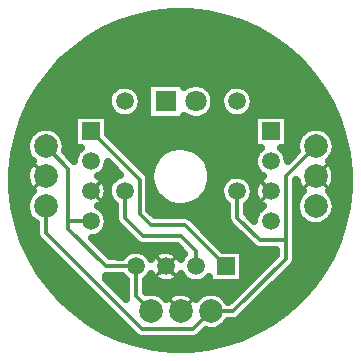
<source format=gbr>
G04 CAM Products 2000  RS274-X Output*
G04 Serial Number: 0000-00-00000*
G04 File Name:ir_sensor_bottom.gbr *
%FSLAX34Y34*%
%MOIN*%
%SFA1B1*%

%IPPOS*%
%ADD10C,0.005500*%
%ADD11C,0.006000*%
%ADD13C,0.013000*%
%ADD14C,0.025000*%
%ADD15R,0.074800X0.100000*%
%ADD16R,0.059100X0.059100*%
%ADD17C,0.059100*%
%ADD18R,0.070900X0.070900*%
%ADD19C,0.070900*%
%ADD20C,0.059000*%
%ADD21C,0.078700*%
%ADD22C,0.138000*%
%ADD28C,0.086700*%
%ADD29C,0.067000*%
%ADD32R,0.078900X0.078900*%
%ADD34C,0.067100*%
%ADD36R,0.067100X0.067100*%
%ADD38R,0.082800X0.108000*%
%ADD41C,0.007700*%
%ADD500C,0.035000*%
%ADD501C,0.039400*%
%ADD502C,0.047200*%
%ADD503C,0.138000*%
%LNir_sensor_bottom-1*%
%LPD*%
G54D13*
X12690Y9315D02*
X11690Y8315D01*
Y6190*
Y5565*
X9940Y3815*
X9190*
X8594Y3219*
X6911*
X3690Y6440*
Y7315*
X10060Y7815D02*
Y6945D01*
X10815Y6190*
X11690*
X5190Y7815D02*
X5680Y7325D01*
Y6305*
X5940Y6045*
X6960*
X7690Y5315*
X3690Y9315D02*
X4440Y8565D01*
Y6815*
Y6565*
X5690Y5315*
X6690*
X7190Y3815D02*
X6690Y4315D01*
Y5315*
X5190Y6815D02*
X4440D01*
X9690Y5315D02*
X8315Y6690D01*
X7190*
X6815Y7065*
Y8190*
X5190Y9815*
X8690Y5315D02*
Y5815D01*
X8190Y6315*
X6940*
X6320Y6935*
Y7815*
G54D14*
X6552Y13541D02*
X9811D01*
X5900Y13292D02*
X10467D01*
X5411Y13043D02*
X10951D01*
X5017Y12795D02*
X11350D01*
X4673Y12546D02*
X11690D01*
X4400Y12297D02*
X11967D01*
X4142Y12049D02*
X12221D01*
X3919Y11800D02*
X12443D01*
X3724Y11551D02*
X12639D01*
X3544Y11303D02*
X6022D01*
X6618D02*
X7045D01*
X9095D02*
X9760D01*
X10361D02*
X12822D01*
X3392Y11054D02*
X5787D01*
X6853D02*
X7047D01*
X9286D02*
X9529D01*
X10591D02*
X12975D01*
X3247Y10805D02*
X5736D01*
X6904D02*
X7048D01*
X9333D02*
X9475D01*
X10646D02*
X13119D01*
X3126Y10556D02*
X5799D01*
X6841D02*
X7045D01*
X9279D02*
X9537D01*
X10583D02*
X13236D01*
X3017Y10308D02*
X4604D01*
X5775D02*
X6057D01*
X6583D02*
X7045D01*
X9072D02*
X9799D01*
X10322D02*
X10604D01*
X11775D02*
X13350D01*
X2923Y10059D02*
X4604D01*
X5775D02*
X10604D01*
X11775D02*
X13443D01*
X2841Y9810D02*
X3232D01*
X4150D02*
X4604D01*
X5775D02*
X10604D01*
X11775D02*
X12232D01*
X13150D02*
X13525D01*
X2767Y9562D02*
X3053D01*
X4325D02*
X4604D01*
X5935D02*
X10604D01*
X11775D02*
X12053D01*
X13325D02*
X13596D01*
X2716Y9313D02*
X3006D01*
X4372D02*
X4604D01*
X6185D02*
X7975D01*
X8407D02*
X10604D01*
X11775D02*
X12006D01*
X13372D02*
X13650D01*
X2661Y9064D02*
X3057D01*
X4431D02*
X4662D01*
X6431D02*
X7479D01*
X8900D02*
X10662D01*
X11716D02*
X11947D01*
X13325D02*
X13701D01*
X2638Y8816D02*
X3236D01*
X6681D02*
X7279D01*
X9099D02*
X10604D01*
X13146D02*
X13729D01*
X2611Y8567D02*
X3057D01*
X5716D02*
X5947D01*
X6931D02*
X7182D01*
X9200D02*
X10662D01*
X13322D02*
X13756D01*
X2601Y8318D02*
X3006D01*
X5474D02*
X6049D01*
X9232D02*
X9791D01*
X10329D02*
X10904D01*
X13372D02*
X13764D01*
X2601Y8070D02*
X3053D01*
X5712D02*
X5794D01*
X9200D02*
X9537D01*
X10583D02*
X10665D01*
X13325D02*
X13764D01*
X2607Y7821D02*
X3229D01*
X7169D02*
X7275D01*
X9103D02*
X9475D01*
X12044D02*
X12229D01*
X13150D02*
X13756D01*
X2634Y7572D02*
X3061D01*
X7169D02*
X7471D01*
X8907D02*
X9529D01*
X13322D02*
X13732D01*
X2661Y7324D02*
X3006D01*
X5486D02*
X5967D01*
X7169D02*
X7943D01*
X8439D02*
X9705D01*
X10415D02*
X10897D01*
X13372D02*
X13705D01*
X2712Y7075D02*
X3053D01*
X5712D02*
X5967D01*
X7298D02*
X9705D01*
X10423D02*
X10670D01*
X13329D02*
X13654D01*
X2763Y6826D02*
X3225D01*
X5775D02*
X5982D01*
X8669D02*
X9729D01*
X12044D02*
X12225D01*
X13157D02*
X13600D01*
X2833Y6577D02*
X3334D01*
X5724D02*
X6186D01*
X8919D02*
X9936D01*
X12044D02*
X13533D01*
X2915Y6329D02*
X3354D01*
X5493D02*
X6436D01*
X9169D02*
X10186D01*
X12044D02*
X13451D01*
X3005Y6080D02*
X3557D01*
X5415D02*
X6682D01*
X9415D02*
X10432D01*
X12044D02*
X13357D01*
X3118Y5831D02*
X3807D01*
X5665D02*
X6447D01*
X6931D02*
X7447D01*
X7931D02*
X8182D01*
X10275D02*
X11334D01*
X12044D02*
X13248D01*
X3236Y5583D02*
X4057D01*
X10275D02*
X11217D01*
X12044D02*
X13131D01*
X3376Y5334D02*
X4303D01*
X10275D02*
X10967D01*
X11950D02*
X12986D01*
X3529Y5085D02*
X4553D01*
X10275D02*
X10721D01*
X11700D02*
X12838D01*
X3708Y4837D02*
X4803D01*
X5786D02*
X6334D01*
X7044D02*
X7373D01*
X8005D02*
X8373D01*
X9005D02*
X9103D01*
X10275D02*
X10471D01*
X11454D02*
X12658D01*
X3900Y4588D02*
X5049D01*
X6032D02*
X6334D01*
X7044D02*
X10221D01*
X11204D02*
X12467D01*
X4122Y4339D02*
X5299D01*
X7615D02*
X7768D01*
X8615D02*
X8768D01*
X9615D02*
X9975D01*
X10954D02*
X12240D01*
X4372Y4091D02*
X5549D01*
X10708D02*
X11990D01*
X4650Y3842D02*
X5795D01*
X10458D02*
X11717D01*
X4986Y3593D02*
X6045D01*
X10208D02*
X11381D01*
X5372Y3345D02*
X6295D01*
X9677D02*
X10990D01*
X5849Y3096D02*
X6541D01*
X8962D02*
X10518D01*
X6486Y2847D02*
X9881D01*
X7697Y2598D02*
X8666D01*
X4755Y10375D02*
X5750D01*
Y9723*
X7048Y8423*
X7118Y8320*
X7145Y8190*
Y7202*
X7327Y7019*
X8315Y7020*
X8437Y6997*
X8548Y6923*
X9595Y5876*
X10250Y5875*
Y4755*
X9130*
X9129Y4967*
X9042Y4879*
X8936Y4812*
X8819Y4770*
X8695Y4755*
X8571Y4768*
X8453Y4807*
X8346Y4872*
X8257Y4959*
X8191Y5061*
X8113Y4948*
X8022Y4864*
X7914Y4801*
X7794Y4765*
X7670Y4755*
X7547Y4773*
X7430Y4818*
X7327Y4888*
X7242Y4979*
X7190Y5062*
X7129Y4967*
X7019Y4864*
X7020Y4452*
X7211Y4473*
X7335Y4458*
X7453Y4419*
X7563Y4358*
X7658Y4278*
X7690Y4239*
X7734Y4290*
X7832Y4368*
X7942Y4425*
X8062Y4461*
X8186Y4474*
X8310Y4463*
X8430Y4428*
X8542Y4372*
X8640Y4296*
X8691Y4243*
X8752Y4307*
X8853Y4381*
X8966Y4434*
X9086Y4465*
X9211Y4473*
X9335Y4458*
X9453Y4419*
X9563Y4358*
X9658Y4278*
X9758Y4144*
X9883Y4225*
X11361Y5703*
X11360Y5858*
X10815Y5860*
X10693Y5883*
X10582Y5957*
X9827Y6712*
X9757Y6815*
X9730Y6945*
Y7363*
X9627Y7460*
X9559Y7565*
X9516Y7682*
X9500Y7806*
X9512Y7930*
X9551Y8048*
X9615Y8155*
X9702Y8245*
X9806Y8314*
X9922Y8358*
X10046Y8375*
X10170Y8364*
X10289Y8326*
X10397Y8263*
X10487Y8177*
X10557Y8073*
X10602Y7957*
X10620Y7815*
X10606Y7691*
X10565Y7573*
X10499Y7467*
X10388Y7364*
X10390Y7085*
X10633Y6839*
X10641Y6929*
X10680Y7048*
X10744Y7155*
X10831Y7245*
X10938Y7315*
X10846Y7372*
X10757Y7459*
X10689Y7564*
X10646Y7681*
X10630Y7805*
X10641Y7929*
X10680Y8048*
X10744Y8155*
X10831Y8245*
X10938Y8315*
X10846Y8372*
X10757Y8459*
X10689Y8564*
X10646Y8681*
X10630Y8805*
X10641Y8929*
X10680Y9048*
X10744Y9155*
X10847Y9256*
X10630Y9255*
Y10375*
X11750*
Y9255*
X11535*
X11617Y9178*
X11686Y9075*
X11732Y8959*
X11749Y8839*
X12056Y9148*
X12035Y9246*
X12034Y9371*
X12056Y9493*
X12101Y9610*
X12167Y9716*
X12252Y9807*
X12353Y9881*
X12466Y9934*
X12586Y9965*
X12711Y9973*
X12835Y9958*
X12953Y9919*
X13063Y9858*
X13158Y9778*
X13237Y9682*
X13297Y9572*
X13334Y9453*
X13349Y9315*
X13337Y9191*
X13302Y9071*
X13245Y8960*
X13168Y8862*
X13118Y8818*
X13208Y8722*
X13275Y8617*
X13322Y8501*
X13346Y8379*
X13344Y8240*
X13319Y8118*
X13270Y8003*
X13201Y7899*
X13119Y7815*
X13237Y7682*
X13297Y7572*
X13334Y7453*
X13349Y7315*
X13337Y7191*
X13302Y7071*
X13245Y6960*
X13168Y6862*
X13074Y6780*
X12966Y6717*
X12848Y6676*
X12725Y6657*
X12600Y6662*
X12478Y6691*
X12365Y6742*
X12262Y6814*
X12176Y6904*
X12107Y7008*
X12060Y7123*
X12035Y7246*
X12034Y7371*
X12056Y7493*
X12101Y7610*
X12167Y7716*
X12262Y7814*
X12160Y7923*
X12096Y8030*
X12053Y8147*
X12039Y8198*
X12020Y8178*
Y5565*
X11997Y5443*
X11923Y5332*
X10173Y3582*
X10070Y3512*
X9940Y3485*
X9756*
X9668Y3362*
X9574Y3280*
X9466Y3217*
X9348Y3176*
X9225Y3157*
X9100Y3162*
X9020Y3181*
X8827Y2985*
X8724Y2916*
X8594Y2889*
X6911*
X6789Y2912*
X6678Y2985*
X3457Y6207*
X3387Y6310*
X3360Y6440*
Y6749*
X3262Y6814*
X3176Y6904*
X3107Y7008*
X3060Y7123*
X3035Y7246*
X3034Y7371*
X3056Y7493*
X3101Y7610*
X3167Y7716*
X3262Y7814*
X3160Y7923*
X3096Y8030*
X3053Y8147*
X3033Y8271*
X3036Y8395*
X3063Y8517*
X3113Y8632*
X3183Y8735*
X3261Y8815*
X3176Y8904*
X3107Y9008*
X3060Y9123*
X3035Y9246*
X3034Y9371*
X3056Y9493*
X3101Y9610*
X3167Y9716*
X3252Y9807*
X3353Y9881*
X3466Y9934*
X3586Y9965*
X3711Y9973*
X3835Y9958*
X3953Y9919*
X4063Y9858*
X4158Y9778*
X4237Y9682*
X4297Y9572*
X4334Y9453*
X4349Y9315*
X4325Y9150*
X4632Y8840*
X4641Y8929*
X4680Y9048*
X4744Y9155*
X4847Y9256*
X4630Y9255*
Y10375*
X4755*
X5747Y8788D02*
X5736Y8691D01*
X5695Y8573*
X5629Y8467*
X5542Y8379*
X5440Y8314*
X5526Y8264*
X5617Y8178*
X5686Y8075*
X5732Y7959*
X5750Y7835*
X5741Y7716*
X5706Y7596*
X5644Y7487*
X5561Y7395*
X5459Y7323*
X5443Y7315*
X5526Y7264*
X5617Y7178*
X5686Y7075*
X5732Y6959*
X5750Y6815*
X5736Y6691*
X5695Y6573*
X5629Y6467*
X5542Y6379*
X5436Y6312*
X5319Y6270*
X5214Y6257*
X5825Y5647*
X6241Y5645*
X6331Y5745*
X6435Y5814*
X6551Y5858*
X6675Y5875*
X6799Y5865*
X6918Y5827*
X7026Y5764*
X7117Y5678*
X7191Y5564*
X7230Y5634*
X7312Y5728*
X7413Y5802*
X7527Y5851*
X7650Y5874*
X7774Y5869*
X7895Y5836*
X8005Y5778*
X8100Y5697*
X8174Y5597*
X8190Y5567*
X8244Y5655*
X8312Y5725*
X8051Y5988*
X6940Y5985*
X6818Y6008*
X6707Y6082*
X6087Y6702*
X6017Y6805*
X5990Y6935*
Y7361*
X5887Y7460*
X5819Y7565*
X5776Y7682*
X5760Y7806*
X5772Y7930*
X5811Y8048*
X5875Y8155*
X5962Y8245*
X6066Y8314*
X6179Y8356*
X5750Y8788*
X6363Y4862D02*
X6257Y4959D01*
X6242Y4982*
X5686Y4986*
X5691Y4906*
X6373Y4223*
X6360Y4315*
Y4866*
X7196Y11434D02*
X8309D01*
Y11305*
X8407Y11366*
X8524Y11412*
X8647Y11433*
X8771Y11429*
X8893Y11400*
X9006Y11348*
X9106Y11274*
X9190Y11181*
X9253Y11073*
X9293Y10955*
X9309Y10815*
X9297Y10691*
X9260Y10572*
X9199Y10462*
X9118Y10368*
X9020Y10291*
X8908Y10235*
X8787Y10203*
X8663Y10196*
X8539Y10214*
X8422Y10257*
X8307Y10330*
X8309Y10196*
X7071*
Y11434*
X7196*
X9199Y8190D02*
X9176Y8068D01*
X9138Y7948*
X9086Y7835*
X9020Y7729*
X8942Y7631*
X8852Y7544*
X8753Y7469*
X8645Y7406*
X8530Y7357*
X8410Y7323*
X8286Y7303*
X8161Y7299*
X8037Y7310*
X7915Y7337*
X7797Y7378*
X7685Y7433*
X7581Y7502*
X7485Y7583*
X7401Y7675*
X7328Y7776*
X7269Y7886*
X7223Y8002*
X7192Y8123*
X7176Y8247*
X7175Y8372*
X7190Y8496*
X7220Y8618*
X7264Y8734*
X7323Y8845*
X7394Y8947*
X7478Y9040*
X7572Y9122*
X7676Y9192*
X7787Y9248*
X7905Y9290*
X8026Y9318*
X8151Y9331*
X8276Y9328*
X8399Y9310*
X8520Y9276*
X8635Y9229*
X8744Y9167*
X8844Y9093*
X8935Y9007*
X9014Y8910*
X9081Y8804*
X9134Y8691*
X9173Y8573*
X9197Y8450*
X9206Y8315*
X9199Y8190*
X10606Y10691D02*
X10565Y10573D01*
X10499Y10467*
X10411Y10379*
X10306Y10312*
X10188Y10270*
X10065Y10255*
X9941Y10268*
X9822Y10308*
X9716Y10373*
X9627Y10460*
X9559Y10565*
X9516Y10682*
X9500Y10806*
X9512Y10930*
X9551Y11048*
X9615Y11155*
X9702Y11245*
X9806Y11314*
X9922Y11358*
X10046Y11375*
X10170Y11364*
X10289Y11326*
X10397Y11263*
X10487Y11177*
X10557Y11073*
X10602Y10957*
X10620Y10815*
X10606Y10691*
X6866D02*
X6825Y10573D01*
X6759Y10467*
X6671Y10379*
X6566Y10312*
X6448Y10270*
X6325Y10255*
X6201Y10268*
X6082Y10308*
X5976Y10373*
X5887Y10460*
X5819Y10565*
X5776Y10682*
X5760Y10806*
X5772Y10930*
X5811Y11048*
X5875Y11155*
X5962Y11245*
X6066Y11314*
X6182Y11358*
X6306Y11375*
X6430Y11364*
X6549Y11326*
X6657Y11263*
X6747Y11177*
X6817Y11073*
X6862Y10957*
X6880Y10815*
X6866Y10691*
X4211Y4214D02*
X4652Y3817D01*
X5128Y3472*
X5637Y3178*
X6174Y2940*
X6733Y2758*
X7308Y2637*
X7892Y2575*
X8480Y2576*
X9064Y2638*
X9639Y2760*
X10198Y2942*
X10735Y3181*
X11243Y3476*
X11719Y3821*
X12155Y4215*
X12548Y4652*
X12893Y5127*
X13187Y5637*
X13426Y6174*
X13607Y6733*
X13729Y7308*
X13790Y7892*
X13789Y8480*
X13728Y9064*
X13605Y9639*
X13423Y10198*
X13184Y10735*
X12890Y11243*
X12544Y11719*
X12150Y12155*
X11713Y12548*
X11238Y12893*
X10729Y13187*
X10192Y13426*
X9633Y13607*
X9058Y13729*
X8473Y13790*
X7885Y13789*
X7301Y13728*
X6726Y13605*
X6167Y13423*
X5631Y13184*
X5122Y12890*
X4647Y12544*
X4210Y12150*
X3817Y11713*
X3472Y11238*
X3178Y10729*
X2940Y10192*
X2758Y9633*
X2637Y9058*
X2575Y8473*
X2576Y7885*
X2638Y7301*
X2760Y6726*
X2942Y6167*
X3181Y5631*
X3476Y5122*
X3821Y4647*
X4215Y4210*
G54D13*
X5190Y7815D02*
X5586Y7419D01*
Y8211D02*
X5190Y7815D01*
X7294Y5711D02*
X8086Y4919D01*
Y5711D02*
X7294Y4919D01*
X10794Y8211D02*
X11190Y7815D01*
X10794Y7419*
X12690Y8315D02*
X13155Y7850D01*
Y8780D02*
X12225Y7850D01*
X7725Y4280D02*
X8190Y3815D01*
X8655Y4280D02*
X8190Y3815D01*
X3225Y8780D02*
X3690Y8315D01*
X3225Y7850*
G54D16*
X5190Y9815D03*
G54D17*
X5190Y8815D03*
Y7815D03*
Y6815D03*
G54D16*
X9690Y5315D03*
G54D17*
X8690Y5315D03*
X7690D03*
X6690D03*
G54D16*
X11190Y9815D03*
G54D17*
X11190Y8815D03*
Y7815D03*
Y6815D03*
G54D18*
X7690Y10815D03*
G54D19*
X8690Y10815D03*
G54D20*
X10060Y7815D03*
G54D17*
X10060Y10815D03*
G54D20*
X6320Y10815D03*
Y7815D03*
G54D21*
X12690Y7315D03*
Y8315D03*
Y9315D03*
X7190Y3815D03*
X8190D03*
X9190D03*
X3690Y9315D03*
Y8315D03*
Y7315D03*
M02*
</source>
